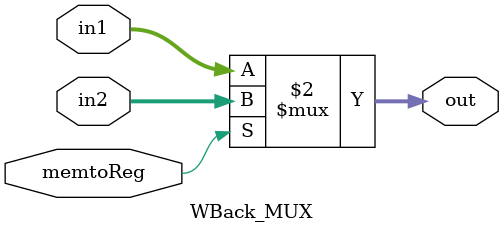
<source format=v>
module WBack_MUX( in1,in2 , memtoReg,out
    );
input[31:0] in1,in2;
input memtoReg;
output [31:0] out;

assign out = 	(memtoReg == 1'b0) ? in1 : in2;
endmodule
</source>
